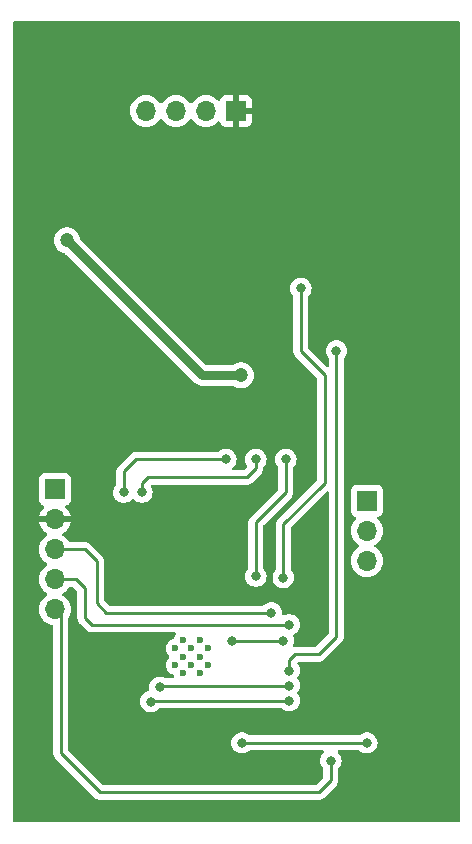
<source format=gbl>
%TF.GenerationSoftware,KiCad,Pcbnew,8.0.6*%
%TF.CreationDate,2024-12-20T16:03:41+01:00*%
%TF.ProjectId,elrs_tx_full,656c7273-5f74-4785-9f66-756c6c2e6b69,rev?*%
%TF.SameCoordinates,Original*%
%TF.FileFunction,Copper,L2,Bot*%
%TF.FilePolarity,Positive*%
%FSLAX46Y46*%
G04 Gerber Fmt 4.6, Leading zero omitted, Abs format (unit mm)*
G04 Created by KiCad (PCBNEW 8.0.6) date 2024-12-20 16:03:41*
%MOMM*%
%LPD*%
G01*
G04 APERTURE LIST*
%TA.AperFunction,ComponentPad*%
%ADD10R,1.700000X1.700000*%
%TD*%
%TA.AperFunction,ComponentPad*%
%ADD11O,1.700000X1.700000*%
%TD*%
%TA.AperFunction,HeatsinkPad*%
%ADD12C,0.600000*%
%TD*%
%TA.AperFunction,ViaPad*%
%ADD13C,0.800000*%
%TD*%
%TA.AperFunction,ViaPad*%
%ADD14C,1.200000*%
%TD*%
%TA.AperFunction,Conductor*%
%ADD15C,0.250000*%
%TD*%
%TA.AperFunction,Conductor*%
%ADD16C,0.750000*%
%TD*%
G04 APERTURE END LIST*
D10*
%TO.P,J2,1,Pin_1*%
%TO.N,GND*%
X89662000Y-81534000D03*
D11*
%TO.P,J2,2,Pin_2*%
%TO.N,+3.3V*%
X89662000Y-84074000D03*
%TO.P,J2,3,Pin_3*%
%TO.N,/ESP32_TX*%
X89662000Y-86614000D03*
%TO.P,J2,4,Pin_4*%
%TO.N,/ESP32_RX*%
X89662000Y-89154000D03*
%TO.P,J2,5,Pin_5*%
%TO.N,/ESP32_BOOT0*%
X89662000Y-91694000D03*
%TD*%
D10*
%TO.P,J3,1,Pin_1*%
%TO.N,GND*%
X116078000Y-82500000D03*
D11*
%TO.P,J3,2,Pin_2*%
%TO.N,+BATT*%
X116078000Y-85040000D03*
%TO.P,J3,3,Pin_3*%
%TO.N,/CRSF_RX_TX*%
X116078000Y-87580000D03*
%TD*%
D12*
%TO.P,U2,39,GND*%
%TO.N,GND*%
X99850000Y-95010000D03*
X99850000Y-96410000D03*
X100550000Y-94310000D03*
X100550000Y-95710000D03*
X100550000Y-97110000D03*
X101225000Y-95010000D03*
X101225000Y-96410000D03*
X101950000Y-94310000D03*
X101950000Y-95710000D03*
X101950000Y-97110000D03*
X102650000Y-95010000D03*
X102650000Y-96410000D03*
%TD*%
D10*
%TO.P,J4,1,Pin_1*%
%TO.N,+3.3V*%
X105000000Y-49500000D03*
D11*
%TO.P,J4,2,Pin_2*%
%TO.N,GND*%
X102460000Y-49500000D03*
%TO.P,J4,3,Pin_3*%
%TO.N,+BATT*%
X99920000Y-49500000D03*
%TO.P,J4,4,Pin_4*%
%TO.N,Net-(J4-Pin_4)*%
X97380000Y-49500000D03*
%TD*%
D13*
%TO.N,/ESP32_BOOT0*%
X113030000Y-104500000D03*
%TO.N,/ESP32_RX*%
X109500000Y-93000000D03*
%TO.N,/ESP32_TX*%
X108000000Y-92000000D03*
%TO.N,+3.3V*%
X91694000Y-101346000D03*
D14*
%TO.N,+BATT*%
X105410000Y-71882000D03*
X90678000Y-60452000D03*
D13*
%TO.N,/CRSF_RX_TX*%
X116078000Y-103000000D03*
X105500000Y-103000000D03*
%TO.N,/E28_MISO_RX*%
X109500000Y-96880000D03*
X113500000Y-69812000D03*
%TO.N,/E28_NSS_CTS*%
X109500000Y-99420000D03*
X97790000Y-99500000D03*
%TO.N,/E28_MISO_TX*%
X110490000Y-64516000D03*
X109000000Y-89000000D03*
%TO.N,/E28_NRESET*%
X97028000Y-81788000D03*
X106680000Y-78994000D03*
%TO.N,/E28_TX_EN*%
X95500000Y-81788000D03*
X104140000Y-78994000D03*
%TO.N,/E28_BUSY*%
X104648000Y-94340000D03*
X109000000Y-94340000D03*
%TO.N,/E28_SCK_RTS*%
X98552000Y-98298000D03*
X109500000Y-98150000D03*
%TO.N,/E28_DIO1*%
X109220000Y-78994000D03*
X106680000Y-88900000D03*
%TD*%
D15*
%TO.N,/ESP32_BOOT0*%
X90170000Y-103886000D02*
X90170000Y-92202000D01*
X113030000Y-106172000D02*
X112014000Y-107188000D01*
X90170000Y-92202000D02*
X89662000Y-91694000D01*
X112014000Y-107188000D02*
X93472000Y-107188000D01*
X113030000Y-104500000D02*
X113030000Y-106172000D01*
X93472000Y-107188000D02*
X90170000Y-103886000D01*
%TO.N,/ESP32_RX*%
X92782000Y-93000000D02*
X92202000Y-92420000D01*
X92202000Y-89916000D02*
X91440000Y-89154000D01*
X109500000Y-93000000D02*
X92782000Y-93000000D01*
X91440000Y-89154000D02*
X89662000Y-89154000D01*
X92202000Y-92420000D02*
X92202000Y-89916000D01*
%TO.N,/ESP32_TX*%
X93218000Y-91186000D02*
X93218000Y-87630000D01*
X92202000Y-86614000D02*
X89662000Y-86614000D01*
X94032000Y-92000000D02*
X93218000Y-91186000D01*
X108000000Y-92000000D02*
X94032000Y-92000000D01*
X93218000Y-87630000D02*
X92202000Y-86614000D01*
D16*
%TO.N,+BATT*%
X102108000Y-71882000D02*
X90678000Y-60452000D01*
X105410000Y-71882000D02*
X102108000Y-71882000D01*
D15*
%TO.N,/CRSF_RX_TX*%
X105500000Y-103000000D02*
X116078000Y-103000000D01*
%TO.N,/E28_MISO_RX*%
X112000000Y-95500000D02*
X110000000Y-95500000D01*
X109500000Y-96000000D02*
X109500000Y-96880000D01*
X113500000Y-94000000D02*
X112000000Y-95500000D01*
X113500000Y-69812000D02*
X113500000Y-94000000D01*
X110000000Y-95500000D02*
X109500000Y-96000000D01*
%TO.N,/E28_NSS_CTS*%
X97790000Y-99500000D02*
X97870000Y-99420000D01*
X97870000Y-99420000D02*
X109500000Y-99420000D01*
%TO.N,/E28_MISO_TX*%
X109000000Y-84500000D02*
X112371000Y-81129000D01*
X112498000Y-81002000D02*
X112498000Y-71858000D01*
X110490000Y-69850000D02*
X110490000Y-64516000D01*
X109000000Y-86000000D02*
X109000000Y-84500000D01*
X109000000Y-89000000D02*
X109000000Y-86000000D01*
X112371000Y-81129000D02*
X112500000Y-81000000D01*
X112498000Y-71858000D02*
X110490000Y-69850000D01*
X112371000Y-81129000D02*
X112498000Y-81002000D01*
%TO.N,/E28_NRESET*%
X97028000Y-81026000D02*
X97536000Y-80518000D01*
X105918000Y-80518000D02*
X106680000Y-79756000D01*
X97536000Y-80518000D02*
X105918000Y-80518000D01*
X97028000Y-81788000D02*
X97028000Y-81026000D01*
X106680000Y-79756000D02*
X106680000Y-78994000D01*
%TO.N,/E28_TX_EN*%
X95500000Y-80268000D02*
X95500000Y-81788000D01*
X95504000Y-80264000D02*
X95500000Y-80268000D01*
X104140000Y-78994000D02*
X96520000Y-78994000D01*
X96520000Y-78994000D02*
X95504000Y-80010000D01*
X95504000Y-80010000D02*
X95504000Y-80264000D01*
%TO.N,/E28_BUSY*%
X104648000Y-94340000D02*
X109000000Y-94340000D01*
%TO.N,/E28_SCK_RTS*%
X98700000Y-98150000D02*
X109500000Y-98150000D01*
X98552000Y-98298000D02*
X98700000Y-98150000D01*
%TO.N,/E28_DIO1*%
X106680000Y-88900000D02*
X106680000Y-84328000D01*
X109220000Y-81788000D02*
X109220000Y-78994000D01*
X106680000Y-84328000D02*
X109220000Y-81788000D01*
%TD*%
%TA.AperFunction,Conductor*%
%TO.N,+3.3V*%
G36*
X123902539Y-41922185D02*
G01*
X123948294Y-41974989D01*
X123959500Y-42026500D01*
X123959500Y-109611500D01*
X123939815Y-109678539D01*
X123887011Y-109724294D01*
X123835500Y-109735500D01*
X86222500Y-109735500D01*
X86155461Y-109715815D01*
X86109706Y-109663011D01*
X86098500Y-109611500D01*
X86098500Y-86613999D01*
X88306341Y-86613999D01*
X88306341Y-86614000D01*
X88326936Y-86849403D01*
X88326938Y-86849413D01*
X88388094Y-87077655D01*
X88388096Y-87077659D01*
X88388097Y-87077663D01*
X88419097Y-87144142D01*
X88487965Y-87291830D01*
X88487967Y-87291834D01*
X88573654Y-87414207D01*
X88623501Y-87485396D01*
X88623506Y-87485402D01*
X88790597Y-87652493D01*
X88790603Y-87652498D01*
X88976158Y-87782425D01*
X89019783Y-87837002D01*
X89026977Y-87906500D01*
X88995454Y-87968855D01*
X88976158Y-87985575D01*
X88790597Y-88115505D01*
X88623505Y-88282597D01*
X88487965Y-88476169D01*
X88487964Y-88476171D01*
X88388098Y-88690335D01*
X88388094Y-88690344D01*
X88326938Y-88918586D01*
X88326936Y-88918596D01*
X88306341Y-89153999D01*
X88306341Y-89154000D01*
X88326936Y-89389403D01*
X88326938Y-89389413D01*
X88388094Y-89617655D01*
X88388096Y-89617659D01*
X88388097Y-89617663D01*
X88465732Y-89784151D01*
X88487965Y-89831830D01*
X88487967Y-89831834D01*
X88536048Y-89900500D01*
X88623501Y-90025396D01*
X88623506Y-90025402D01*
X88790597Y-90192493D01*
X88790603Y-90192498D01*
X88976158Y-90322425D01*
X89019783Y-90377002D01*
X89026977Y-90446500D01*
X88995454Y-90508855D01*
X88976158Y-90525575D01*
X88790597Y-90655505D01*
X88623505Y-90822597D01*
X88487965Y-91016169D01*
X88487964Y-91016171D01*
X88388098Y-91230335D01*
X88388094Y-91230344D01*
X88326938Y-91458586D01*
X88326936Y-91458596D01*
X88306341Y-91693999D01*
X88306341Y-91694000D01*
X88326936Y-91929403D01*
X88326938Y-91929413D01*
X88388094Y-92157655D01*
X88388096Y-92157659D01*
X88388097Y-92157663D01*
X88415230Y-92215849D01*
X88487965Y-92371830D01*
X88487967Y-92371834D01*
X88555153Y-92467785D01*
X88623505Y-92565401D01*
X88790599Y-92732495D01*
X88824612Y-92756311D01*
X88984165Y-92868032D01*
X88984167Y-92868033D01*
X88984170Y-92868035D01*
X89198337Y-92967903D01*
X89426592Y-93029063D01*
X89431303Y-93029475D01*
X89496373Y-93054925D01*
X89537353Y-93111514D01*
X89544500Y-93153003D01*
X89544500Y-103947611D01*
X89568535Y-104068444D01*
X89568540Y-104068461D01*
X89615685Y-104182280D01*
X89615690Y-104182289D01*
X89649914Y-104233507D01*
X89649915Y-104233509D01*
X89684141Y-104284733D01*
X89775586Y-104376178D01*
X89775608Y-104376198D01*
X92983016Y-107583606D01*
X92983045Y-107583637D01*
X93073263Y-107673855D01*
X93073267Y-107673858D01*
X93175707Y-107742307D01*
X93175711Y-107742309D01*
X93175714Y-107742311D01*
X93289548Y-107789463D01*
X93349971Y-107801481D01*
X93410393Y-107813500D01*
X112075607Y-107813500D01*
X112136029Y-107801481D01*
X112196452Y-107789463D01*
X112196455Y-107789461D01*
X112196458Y-107789461D01*
X112229787Y-107775654D01*
X112229786Y-107775654D01*
X112229792Y-107775652D01*
X112310286Y-107742312D01*
X112361509Y-107708084D01*
X112412733Y-107673858D01*
X112499858Y-107586733D01*
X112499859Y-107586731D01*
X112506925Y-107579665D01*
X112506928Y-107579661D01*
X113428729Y-106657860D01*
X113428733Y-106657858D01*
X113515858Y-106570733D01*
X113550084Y-106519509D01*
X113584312Y-106468286D01*
X113631463Y-106354451D01*
X113655500Y-106233607D01*
X113655500Y-106110393D01*
X113655500Y-105198687D01*
X113675185Y-105131648D01*
X113687350Y-105115715D01*
X113705891Y-105095122D01*
X113762533Y-105032216D01*
X113857179Y-104868284D01*
X113915674Y-104688256D01*
X113935460Y-104500000D01*
X113915674Y-104311744D01*
X113857179Y-104131716D01*
X113762533Y-103967784D01*
X113640696Y-103832471D01*
X113610467Y-103769481D01*
X113619092Y-103700146D01*
X113663833Y-103646480D01*
X113730486Y-103625522D01*
X113732847Y-103625500D01*
X115374252Y-103625500D01*
X115441291Y-103645185D01*
X115466400Y-103666526D01*
X115472126Y-103672885D01*
X115472130Y-103672889D01*
X115625265Y-103784148D01*
X115625270Y-103784151D01*
X115798192Y-103861142D01*
X115798197Y-103861144D01*
X115983354Y-103900500D01*
X115983355Y-103900500D01*
X116172644Y-103900500D01*
X116172646Y-103900500D01*
X116357803Y-103861144D01*
X116530730Y-103784151D01*
X116683871Y-103672888D01*
X116810533Y-103532216D01*
X116905179Y-103368284D01*
X116963674Y-103188256D01*
X116983460Y-103000000D01*
X116963674Y-102811744D01*
X116905179Y-102631716D01*
X116810533Y-102467784D01*
X116683871Y-102327112D01*
X116683870Y-102327111D01*
X116530734Y-102215851D01*
X116530729Y-102215848D01*
X116357807Y-102138857D01*
X116357802Y-102138855D01*
X116212001Y-102107865D01*
X116172646Y-102099500D01*
X115983354Y-102099500D01*
X115950897Y-102106398D01*
X115798197Y-102138855D01*
X115798192Y-102138857D01*
X115625270Y-102215848D01*
X115625265Y-102215851D01*
X115472130Y-102327110D01*
X115472126Y-102327114D01*
X115466400Y-102333474D01*
X115406913Y-102370121D01*
X115374252Y-102374500D01*
X106203748Y-102374500D01*
X106136709Y-102354815D01*
X106111600Y-102333474D01*
X106105873Y-102327114D01*
X106105869Y-102327110D01*
X105952734Y-102215851D01*
X105952729Y-102215848D01*
X105779807Y-102138857D01*
X105779802Y-102138855D01*
X105634001Y-102107865D01*
X105594646Y-102099500D01*
X105405354Y-102099500D01*
X105372897Y-102106398D01*
X105220197Y-102138855D01*
X105220192Y-102138857D01*
X105047270Y-102215848D01*
X105047265Y-102215851D01*
X104894129Y-102327111D01*
X104767466Y-102467785D01*
X104672821Y-102631715D01*
X104672818Y-102631722D01*
X104614327Y-102811740D01*
X104614326Y-102811744D01*
X104594540Y-103000000D01*
X104614326Y-103188256D01*
X104614327Y-103188259D01*
X104672818Y-103368277D01*
X104672821Y-103368284D01*
X104767467Y-103532216D01*
X104869185Y-103645185D01*
X104894129Y-103672888D01*
X105047265Y-103784148D01*
X105047270Y-103784151D01*
X105220192Y-103861142D01*
X105220197Y-103861144D01*
X105405354Y-103900500D01*
X105405355Y-103900500D01*
X105594644Y-103900500D01*
X105594646Y-103900500D01*
X105779803Y-103861144D01*
X105952730Y-103784151D01*
X106105871Y-103672888D01*
X106108788Y-103669647D01*
X106111600Y-103666526D01*
X106171087Y-103629879D01*
X106203748Y-103625500D01*
X112327153Y-103625500D01*
X112394192Y-103645185D01*
X112439947Y-103697989D01*
X112449891Y-103767147D01*
X112420866Y-103830703D01*
X112419303Y-103832472D01*
X112297466Y-103967785D01*
X112202821Y-104131715D01*
X112202818Y-104131722D01*
X112169746Y-104233509D01*
X112144326Y-104311744D01*
X112124540Y-104500000D01*
X112144326Y-104688256D01*
X112144327Y-104688259D01*
X112202818Y-104868277D01*
X112202821Y-104868284D01*
X112297467Y-105032216D01*
X112340772Y-105080310D01*
X112372650Y-105115715D01*
X112402880Y-105178706D01*
X112404500Y-105198687D01*
X112404500Y-105861548D01*
X112384815Y-105928587D01*
X112368181Y-105949229D01*
X111791229Y-106526181D01*
X111729906Y-106559666D01*
X111703548Y-106562500D01*
X93782452Y-106562500D01*
X93715413Y-106542815D01*
X93694771Y-106526181D01*
X90831819Y-103663229D01*
X90798334Y-103601906D01*
X90795500Y-103575548D01*
X90795500Y-92468816D01*
X90815185Y-92401777D01*
X90817911Y-92397712D01*
X90836035Y-92371830D01*
X90935903Y-92157663D01*
X90997063Y-91929408D01*
X91017659Y-91694000D01*
X90997063Y-91458592D01*
X90935903Y-91230337D01*
X90836035Y-91016171D01*
X90756027Y-90901906D01*
X90700494Y-90822597D01*
X90533402Y-90655506D01*
X90533396Y-90655501D01*
X90347842Y-90525575D01*
X90304217Y-90470998D01*
X90297023Y-90401500D01*
X90328546Y-90339145D01*
X90347842Y-90322425D01*
X90484905Y-90226452D01*
X90533401Y-90192495D01*
X90700495Y-90025401D01*
X90835652Y-89832377D01*
X90890229Y-89788752D01*
X90937227Y-89779500D01*
X91129548Y-89779500D01*
X91196587Y-89799185D01*
X91217229Y-89815819D01*
X91540181Y-90138771D01*
X91573666Y-90200094D01*
X91576500Y-90226452D01*
X91576500Y-92481607D01*
X91582971Y-92514135D01*
X91582972Y-92514143D01*
X91590960Y-92554308D01*
X91600535Y-92602446D01*
X91600536Y-92602447D01*
X91600537Y-92602451D01*
X91625459Y-92662619D01*
X91647687Y-92716285D01*
X91674433Y-92756311D01*
X91674434Y-92756313D01*
X91716141Y-92818732D01*
X91716144Y-92818736D01*
X91807586Y-92910178D01*
X91807608Y-92910198D01*
X92293016Y-93395606D01*
X92293045Y-93395637D01*
X92383263Y-93485855D01*
X92383267Y-93485858D01*
X92452647Y-93532216D01*
X92485715Y-93554312D01*
X92549504Y-93580734D01*
X92599548Y-93601463D01*
X92659971Y-93613481D01*
X92720393Y-93625500D01*
X92720394Y-93625500D01*
X99810331Y-93625500D01*
X99877370Y-93645185D01*
X99923125Y-93697989D01*
X99933069Y-93767147D01*
X99915324Y-93815472D01*
X99824211Y-93960474D01*
X99764628Y-94130755D01*
X99764518Y-94131241D01*
X99764360Y-94131522D01*
X99762333Y-94137317D01*
X99761317Y-94136961D01*
X99730400Y-94192215D01*
X99676984Y-94221381D01*
X99677317Y-94222333D01*
X99671541Y-94224353D01*
X99671241Y-94224518D01*
X99670755Y-94224628D01*
X99500478Y-94284210D01*
X99347737Y-94380184D01*
X99220184Y-94507737D01*
X99124211Y-94660476D01*
X99064631Y-94830745D01*
X99064630Y-94830750D01*
X99044435Y-95009996D01*
X99044435Y-95010003D01*
X99064630Y-95189249D01*
X99064631Y-95189254D01*
X99124211Y-95359523D01*
X99220184Y-95512262D01*
X99330241Y-95622319D01*
X99363726Y-95683642D01*
X99358742Y-95753334D01*
X99330241Y-95797681D01*
X99220184Y-95907737D01*
X99124211Y-96060476D01*
X99064631Y-96230745D01*
X99064630Y-96230750D01*
X99044435Y-96409996D01*
X99044435Y-96410003D01*
X99064630Y-96589249D01*
X99064631Y-96589254D01*
X99124211Y-96759523D01*
X99199912Y-96880000D01*
X99220184Y-96912262D01*
X99347738Y-97039816D01*
X99500478Y-97135789D01*
X99670745Y-97195368D01*
X99670754Y-97195369D01*
X99671207Y-97195473D01*
X99671477Y-97195624D01*
X99677318Y-97197668D01*
X99676960Y-97198690D01*
X99732191Y-97229573D01*
X99761377Y-97283017D01*
X99762333Y-97282683D01*
X99764362Y-97288483D01*
X99764523Y-97288777D01*
X99764631Y-97289250D01*
X99764632Y-97289255D01*
X99781864Y-97338500D01*
X99789228Y-97359546D01*
X99792789Y-97429325D01*
X99758060Y-97489952D01*
X99696066Y-97522179D01*
X99672186Y-97524500D01*
X99055009Y-97524500D01*
X99004573Y-97513779D01*
X98831807Y-97436857D01*
X98831802Y-97436855D01*
X98686001Y-97405865D01*
X98646646Y-97397500D01*
X98457354Y-97397500D01*
X98424897Y-97404398D01*
X98272197Y-97436855D01*
X98272192Y-97436857D01*
X98099270Y-97513848D01*
X98099265Y-97513851D01*
X97946129Y-97625111D01*
X97819466Y-97765785D01*
X97724821Y-97929715D01*
X97724818Y-97929722D01*
X97666327Y-98109740D01*
X97666326Y-98109744D01*
X97662095Y-98150000D01*
X97646540Y-98298000D01*
X97666932Y-98492022D01*
X97654362Y-98560752D01*
X97606630Y-98611775D01*
X97569393Y-98626273D01*
X97510196Y-98638856D01*
X97510192Y-98638857D01*
X97337270Y-98715848D01*
X97337265Y-98715851D01*
X97184129Y-98827111D01*
X97057466Y-98967785D01*
X96962821Y-99131715D01*
X96962818Y-99131722D01*
X96904327Y-99311740D01*
X96904326Y-99311744D01*
X96884540Y-99500000D01*
X96904326Y-99688256D01*
X96904327Y-99688259D01*
X96962818Y-99868277D01*
X96962821Y-99868284D01*
X97057467Y-100032216D01*
X97184129Y-100172888D01*
X97337265Y-100284148D01*
X97337270Y-100284151D01*
X97510192Y-100361142D01*
X97510197Y-100361144D01*
X97695354Y-100400500D01*
X97695355Y-100400500D01*
X97884644Y-100400500D01*
X97884646Y-100400500D01*
X98069803Y-100361144D01*
X98242730Y-100284151D01*
X98395871Y-100172888D01*
X98473630Y-100086527D01*
X98533117Y-100049879D01*
X98565780Y-100045500D01*
X108796252Y-100045500D01*
X108863291Y-100065185D01*
X108888400Y-100086526D01*
X108894126Y-100092885D01*
X108894130Y-100092889D01*
X109047265Y-100204148D01*
X109047270Y-100204151D01*
X109220192Y-100281142D01*
X109220197Y-100281144D01*
X109405354Y-100320500D01*
X109405355Y-100320500D01*
X109594644Y-100320500D01*
X109594646Y-100320500D01*
X109779803Y-100281144D01*
X109952730Y-100204151D01*
X110105871Y-100092888D01*
X110232533Y-99952216D01*
X110327179Y-99788284D01*
X110385674Y-99608256D01*
X110405460Y-99420000D01*
X110385674Y-99231744D01*
X110327179Y-99051716D01*
X110232533Y-98887784D01*
X110214693Y-98867971D01*
X110184464Y-98804981D01*
X110193089Y-98735646D01*
X110214694Y-98702028D01*
X110232533Y-98682216D01*
X110327179Y-98518284D01*
X110385674Y-98338256D01*
X110405460Y-98150000D01*
X110385674Y-97961744D01*
X110327179Y-97781716D01*
X110232533Y-97617784D01*
X110214693Y-97597971D01*
X110184464Y-97534981D01*
X110193089Y-97465646D01*
X110214694Y-97432028D01*
X110217128Y-97429325D01*
X110232533Y-97412216D01*
X110327179Y-97248284D01*
X110385674Y-97068256D01*
X110405460Y-96880000D01*
X110385674Y-96691744D01*
X110327179Y-96511716D01*
X110232533Y-96347784D01*
X110218745Y-96332471D01*
X110188516Y-96269480D01*
X110197141Y-96200145D01*
X110241883Y-96146480D01*
X110308535Y-96125522D01*
X110310896Y-96125500D01*
X112061607Y-96125500D01*
X112122029Y-96113481D01*
X112182452Y-96101463D01*
X112237368Y-96078716D01*
X112296286Y-96054312D01*
X112296289Y-96054309D01*
X112296291Y-96054309D01*
X112349347Y-96018857D01*
X112349349Y-96018855D01*
X112398733Y-95985858D01*
X112485858Y-95898733D01*
X112485858Y-95898731D01*
X112496066Y-95888524D01*
X112496067Y-95888521D01*
X113985857Y-94398734D01*
X114054311Y-94296286D01*
X114101463Y-94182451D01*
X114106417Y-94157548D01*
X114125500Y-94061606D01*
X114125500Y-85039999D01*
X114722341Y-85039999D01*
X114722341Y-85040000D01*
X114742936Y-85275403D01*
X114742938Y-85275413D01*
X114804094Y-85503655D01*
X114804096Y-85503659D01*
X114804097Y-85503663D01*
X114837598Y-85575505D01*
X114903965Y-85717830D01*
X114903967Y-85717834D01*
X115039501Y-85911395D01*
X115039506Y-85911402D01*
X115206597Y-86078493D01*
X115206603Y-86078498D01*
X115392158Y-86208425D01*
X115435783Y-86263002D01*
X115442977Y-86332500D01*
X115411454Y-86394855D01*
X115392158Y-86411575D01*
X115206597Y-86541505D01*
X115039505Y-86708597D01*
X114903965Y-86902169D01*
X114903964Y-86902171D01*
X114804098Y-87116335D01*
X114804094Y-87116344D01*
X114742938Y-87344586D01*
X114742936Y-87344596D01*
X114722341Y-87579999D01*
X114722341Y-87580000D01*
X114742936Y-87815403D01*
X114742938Y-87815413D01*
X114804094Y-88043655D01*
X114804096Y-88043659D01*
X114804097Y-88043663D01*
X114837596Y-88115501D01*
X114903965Y-88257830D01*
X114903967Y-88257834D01*
X114992509Y-88384284D01*
X115039505Y-88451401D01*
X115206599Y-88618495D01*
X115225481Y-88631716D01*
X115400165Y-88754032D01*
X115400167Y-88754033D01*
X115400170Y-88754035D01*
X115614337Y-88853903D01*
X115842592Y-88915063D01*
X116030918Y-88931539D01*
X116077999Y-88935659D01*
X116078000Y-88935659D01*
X116078001Y-88935659D01*
X116117234Y-88932226D01*
X116313408Y-88915063D01*
X116541663Y-88853903D01*
X116755830Y-88754035D01*
X116949401Y-88618495D01*
X117116495Y-88451401D01*
X117252035Y-88257830D01*
X117351903Y-88043663D01*
X117413063Y-87815408D01*
X117433659Y-87580000D01*
X117413063Y-87344592D01*
X117351903Y-87116337D01*
X117252035Y-86902171D01*
X117215091Y-86849408D01*
X117116494Y-86708597D01*
X116949402Y-86541506D01*
X116949396Y-86541501D01*
X116763842Y-86411575D01*
X116720217Y-86356998D01*
X116713023Y-86287500D01*
X116744546Y-86225145D01*
X116763842Y-86208425D01*
X116846803Y-86150335D01*
X116949401Y-86078495D01*
X117116495Y-85911401D01*
X117252035Y-85717830D01*
X117351903Y-85503663D01*
X117413063Y-85275408D01*
X117433659Y-85040000D01*
X117413063Y-84804592D01*
X117351903Y-84576337D01*
X117252035Y-84362171D01*
X117225307Y-84324000D01*
X117116496Y-84168600D01*
X117087722Y-84139826D01*
X116994567Y-84046671D01*
X116961084Y-83985351D01*
X116966068Y-83915659D01*
X117007939Y-83859725D01*
X117038915Y-83842810D01*
X117170331Y-83793796D01*
X117285546Y-83707546D01*
X117371796Y-83592331D01*
X117422091Y-83457483D01*
X117428500Y-83397873D01*
X117428499Y-81602128D01*
X117422091Y-81542517D01*
X117376291Y-81419722D01*
X117371797Y-81407671D01*
X117371793Y-81407664D01*
X117285547Y-81292455D01*
X117285544Y-81292452D01*
X117170335Y-81206206D01*
X117170328Y-81206202D01*
X117035482Y-81155908D01*
X117035483Y-81155908D01*
X116975883Y-81149501D01*
X116975881Y-81149500D01*
X116975873Y-81149500D01*
X116975864Y-81149500D01*
X115180129Y-81149500D01*
X115180123Y-81149501D01*
X115120516Y-81155908D01*
X114985671Y-81206202D01*
X114985664Y-81206206D01*
X114870455Y-81292452D01*
X114870452Y-81292455D01*
X114784206Y-81407664D01*
X114784202Y-81407671D01*
X114733908Y-81542517D01*
X114727756Y-81599744D01*
X114727501Y-81602123D01*
X114727500Y-81602135D01*
X114727500Y-83397870D01*
X114727501Y-83397876D01*
X114733908Y-83457483D01*
X114784202Y-83592328D01*
X114784206Y-83592335D01*
X114870452Y-83707544D01*
X114870455Y-83707547D01*
X114985664Y-83793793D01*
X114985671Y-83793797D01*
X115117081Y-83842810D01*
X115173015Y-83884681D01*
X115197432Y-83950145D01*
X115182580Y-84018418D01*
X115161430Y-84046673D01*
X115039503Y-84168600D01*
X114903965Y-84362169D01*
X114903964Y-84362171D01*
X114804098Y-84576335D01*
X114804094Y-84576344D01*
X114742938Y-84804586D01*
X114742936Y-84804596D01*
X114722341Y-85039999D01*
X114125500Y-85039999D01*
X114125500Y-70510687D01*
X114145185Y-70443648D01*
X114157350Y-70427715D01*
X114175891Y-70407122D01*
X114232533Y-70344216D01*
X114327179Y-70180284D01*
X114385674Y-70000256D01*
X114405460Y-69812000D01*
X114385674Y-69623744D01*
X114327179Y-69443716D01*
X114232533Y-69279784D01*
X114105871Y-69139112D01*
X114105870Y-69139111D01*
X113952734Y-69027851D01*
X113952729Y-69027848D01*
X113779807Y-68950857D01*
X113779802Y-68950855D01*
X113634001Y-68919865D01*
X113594646Y-68911500D01*
X113405354Y-68911500D01*
X113372897Y-68918398D01*
X113220197Y-68950855D01*
X113220192Y-68950857D01*
X113047270Y-69027848D01*
X113047265Y-69027851D01*
X112894129Y-69139111D01*
X112767466Y-69279785D01*
X112672821Y-69443715D01*
X112672818Y-69443722D01*
X112624994Y-69590910D01*
X112614326Y-69623744D01*
X112594540Y-69812000D01*
X112614326Y-70000256D01*
X112614327Y-70000259D01*
X112672818Y-70180277D01*
X112672821Y-70180284D01*
X112767467Y-70344216D01*
X112810772Y-70392310D01*
X112842650Y-70427715D01*
X112872880Y-70490706D01*
X112874500Y-70510687D01*
X112874500Y-71050548D01*
X112854815Y-71117587D01*
X112802011Y-71163342D01*
X112732853Y-71173286D01*
X112669297Y-71144261D01*
X112662819Y-71138229D01*
X111151819Y-69627229D01*
X111118334Y-69565906D01*
X111115500Y-69539548D01*
X111115500Y-65214687D01*
X111135185Y-65147648D01*
X111147350Y-65131715D01*
X111165891Y-65111122D01*
X111222533Y-65048216D01*
X111317179Y-64884284D01*
X111375674Y-64704256D01*
X111395460Y-64516000D01*
X111375674Y-64327744D01*
X111317179Y-64147716D01*
X111222533Y-63983784D01*
X111095871Y-63843112D01*
X111095870Y-63843111D01*
X110942734Y-63731851D01*
X110942729Y-63731848D01*
X110769807Y-63654857D01*
X110769802Y-63654855D01*
X110624001Y-63623865D01*
X110584646Y-63615500D01*
X110395354Y-63615500D01*
X110362897Y-63622398D01*
X110210197Y-63654855D01*
X110210192Y-63654857D01*
X110037270Y-63731848D01*
X110037265Y-63731851D01*
X109884129Y-63843111D01*
X109757466Y-63983785D01*
X109662821Y-64147715D01*
X109662818Y-64147722D01*
X109604327Y-64327740D01*
X109604326Y-64327744D01*
X109584540Y-64516000D01*
X109604326Y-64704256D01*
X109604327Y-64704259D01*
X109662818Y-64884277D01*
X109662821Y-64884284D01*
X109757467Y-65048216D01*
X109800772Y-65096310D01*
X109832650Y-65131715D01*
X109862880Y-65194706D01*
X109864500Y-65214687D01*
X109864500Y-69911611D01*
X109888535Y-70032444D01*
X109888540Y-70032461D01*
X109935685Y-70146280D01*
X109935687Y-70146283D01*
X109935688Y-70146286D01*
X109958405Y-70180284D01*
X109969914Y-70197507D01*
X109969915Y-70197509D01*
X110004141Y-70248733D01*
X110095586Y-70340178D01*
X110095608Y-70340198D01*
X111836181Y-72080771D01*
X111869666Y-72142094D01*
X111872500Y-72168452D01*
X111872500Y-80691547D01*
X111852815Y-80758586D01*
X111836181Y-80779228D01*
X110227798Y-82387611D01*
X108601270Y-84014139D01*
X108601267Y-84014142D01*
X108568736Y-84046673D01*
X108514142Y-84101266D01*
X108484554Y-84145548D01*
X108484553Y-84145547D01*
X108445692Y-84203707D01*
X108445685Y-84203719D01*
X108421189Y-84262859D01*
X108421189Y-84262861D01*
X108398537Y-84317548D01*
X108398536Y-84317552D01*
X108398536Y-84317553D01*
X108398535Y-84317556D01*
X108374500Y-84438389D01*
X108374500Y-88301312D01*
X108354815Y-88368351D01*
X108342650Y-88384284D01*
X108267466Y-88467784D01*
X108172821Y-88631715D01*
X108172821Y-88631716D01*
X108132676Y-88755270D01*
X108114326Y-88811744D01*
X108094540Y-89000000D01*
X108114326Y-89188256D01*
X108114327Y-89188259D01*
X108172818Y-89368277D01*
X108172821Y-89368284D01*
X108267467Y-89532216D01*
X108344397Y-89617655D01*
X108394129Y-89672888D01*
X108547265Y-89784148D01*
X108547270Y-89784151D01*
X108720192Y-89861142D01*
X108720197Y-89861144D01*
X108905354Y-89900500D01*
X108905355Y-89900500D01*
X109094644Y-89900500D01*
X109094646Y-89900500D01*
X109279803Y-89861144D01*
X109452730Y-89784151D01*
X109605871Y-89672888D01*
X109732533Y-89532216D01*
X109827179Y-89368284D01*
X109885674Y-89188256D01*
X109905460Y-89000000D01*
X109885674Y-88811744D01*
X109827179Y-88631716D01*
X109732533Y-88467784D01*
X109717776Y-88451395D01*
X109657350Y-88384284D01*
X109627120Y-88321292D01*
X109625500Y-88301312D01*
X109625500Y-84810452D01*
X109645185Y-84743413D01*
X109661819Y-84722771D01*
X112662819Y-81721771D01*
X112724142Y-81688286D01*
X112793834Y-81693270D01*
X112849767Y-81735142D01*
X112874184Y-81800606D01*
X112874500Y-81809452D01*
X112874500Y-93689547D01*
X112854815Y-93756586D01*
X112838181Y-93777228D01*
X111777229Y-94838181D01*
X111715906Y-94871666D01*
X111689548Y-94874500D01*
X109943844Y-94874500D01*
X109876805Y-94854815D01*
X109831050Y-94802011D01*
X109821106Y-94732853D01*
X109825913Y-94712182D01*
X109846646Y-94648368D01*
X109885674Y-94528256D01*
X109905460Y-94340000D01*
X109885674Y-94151744D01*
X109827179Y-93971716D01*
X109825171Y-93965535D01*
X109827318Y-93964837D01*
X109819402Y-93905888D01*
X109849016Y-93842605D01*
X109891531Y-93811398D01*
X109952730Y-93784151D01*
X110105871Y-93672888D01*
X110232533Y-93532216D01*
X110327179Y-93368284D01*
X110385674Y-93188256D01*
X110405460Y-93000000D01*
X110385674Y-92811744D01*
X110327179Y-92631716D01*
X110232533Y-92467784D01*
X110105871Y-92327112D01*
X110060068Y-92293834D01*
X109952734Y-92215851D01*
X109952729Y-92215848D01*
X109779807Y-92138857D01*
X109779802Y-92138855D01*
X109634001Y-92107865D01*
X109594646Y-92099500D01*
X109405354Y-92099500D01*
X109372897Y-92106398D01*
X109220197Y-92138855D01*
X109220192Y-92138857D01*
X109070904Y-92205326D01*
X109001654Y-92214611D01*
X108938377Y-92184983D01*
X108901164Y-92125848D01*
X108897147Y-92079090D01*
X108905460Y-92000000D01*
X108885674Y-91811744D01*
X108827179Y-91631716D01*
X108732533Y-91467784D01*
X108605871Y-91327112D01*
X108605870Y-91327111D01*
X108452734Y-91215851D01*
X108452729Y-91215848D01*
X108279807Y-91138857D01*
X108279802Y-91138855D01*
X108134001Y-91107865D01*
X108094646Y-91099500D01*
X107905354Y-91099500D01*
X107872897Y-91106398D01*
X107720197Y-91138855D01*
X107720192Y-91138857D01*
X107547270Y-91215848D01*
X107547265Y-91215851D01*
X107394130Y-91327110D01*
X107394126Y-91327114D01*
X107388400Y-91333474D01*
X107328913Y-91370121D01*
X107296252Y-91374500D01*
X94342452Y-91374500D01*
X94275413Y-91354815D01*
X94254771Y-91338181D01*
X93879819Y-90963229D01*
X93846334Y-90901906D01*
X93843500Y-90875548D01*
X93843500Y-88900000D01*
X105774540Y-88900000D01*
X105794326Y-89088256D01*
X105794327Y-89088259D01*
X105852818Y-89268277D01*
X105852821Y-89268284D01*
X105947467Y-89432216D01*
X106037506Y-89532214D01*
X106074129Y-89572888D01*
X106227265Y-89684148D01*
X106227270Y-89684151D01*
X106400192Y-89761142D01*
X106400197Y-89761144D01*
X106585354Y-89800500D01*
X106585355Y-89800500D01*
X106774644Y-89800500D01*
X106774646Y-89800500D01*
X106959803Y-89761144D01*
X107132730Y-89684151D01*
X107285871Y-89572888D01*
X107412533Y-89432216D01*
X107507179Y-89268284D01*
X107565674Y-89088256D01*
X107585460Y-88900000D01*
X107565674Y-88711744D01*
X107507179Y-88531716D01*
X107412533Y-88367784D01*
X107395541Y-88348912D01*
X107337350Y-88284284D01*
X107307120Y-88221292D01*
X107305500Y-88201312D01*
X107305500Y-84638452D01*
X107325185Y-84571413D01*
X107341819Y-84550771D01*
X109705854Y-82186737D01*
X109705857Y-82186734D01*
X109726208Y-82156277D01*
X109774311Y-82084286D01*
X109821463Y-81970452D01*
X109845500Y-81849607D01*
X109845500Y-81726394D01*
X109845500Y-79692687D01*
X109865185Y-79625648D01*
X109877350Y-79609715D01*
X109895891Y-79589122D01*
X109952533Y-79526216D01*
X110047179Y-79362284D01*
X110105674Y-79182256D01*
X110125460Y-78994000D01*
X110105674Y-78805744D01*
X110047179Y-78625716D01*
X109952533Y-78461784D01*
X109825871Y-78321112D01*
X109825870Y-78321111D01*
X109672734Y-78209851D01*
X109672729Y-78209848D01*
X109499807Y-78132857D01*
X109499802Y-78132855D01*
X109354001Y-78101865D01*
X109314646Y-78093500D01*
X109125354Y-78093500D01*
X109092897Y-78100398D01*
X108940197Y-78132855D01*
X108940192Y-78132857D01*
X108767270Y-78209848D01*
X108767265Y-78209851D01*
X108614129Y-78321111D01*
X108487466Y-78461785D01*
X108392821Y-78625715D01*
X108392818Y-78625722D01*
X108334327Y-78805740D01*
X108334326Y-78805744D01*
X108314540Y-78994000D01*
X108334326Y-79182256D01*
X108334327Y-79182259D01*
X108392818Y-79362277D01*
X108392821Y-79362284D01*
X108487467Y-79526216D01*
X108518780Y-79560992D01*
X108562650Y-79609715D01*
X108592880Y-79672706D01*
X108594500Y-79692687D01*
X108594500Y-81477547D01*
X108574815Y-81544586D01*
X108558181Y-81565228D01*
X106194144Y-83929264D01*
X106194138Y-83929272D01*
X106125690Y-84031708D01*
X106125689Y-84031710D01*
X106096878Y-84101266D01*
X106096879Y-84101267D01*
X106078535Y-84145552D01*
X106054500Y-84266389D01*
X106054500Y-88201312D01*
X106034815Y-88268351D01*
X106022650Y-88284284D01*
X105947466Y-88367784D01*
X105852821Y-88531715D01*
X105852818Y-88531722D01*
X105801279Y-88690344D01*
X105794326Y-88711744D01*
X105774540Y-88900000D01*
X93843500Y-88900000D01*
X93843500Y-87568396D01*
X93843500Y-87568394D01*
X93819463Y-87447548D01*
X93805652Y-87414207D01*
X93772312Y-87333714D01*
X93738084Y-87282490D01*
X93703858Y-87231267D01*
X93703856Y-87231264D01*
X93613637Y-87141045D01*
X93613606Y-87141016D01*
X92692198Y-86219608D01*
X92692178Y-86219586D01*
X92600733Y-86128141D01*
X92549509Y-86093915D01*
X92498287Y-86059689D01*
X92498286Y-86059688D01*
X92498283Y-86059686D01*
X92498280Y-86059685D01*
X92417792Y-86026347D01*
X92384453Y-86012537D01*
X92374427Y-86010543D01*
X92324029Y-86000518D01*
X92263610Y-85988500D01*
X92263607Y-85988500D01*
X92263606Y-85988500D01*
X90937227Y-85988500D01*
X90870188Y-85968815D01*
X90835652Y-85935623D01*
X90700494Y-85742597D01*
X90533402Y-85575506D01*
X90533401Y-85575505D01*
X90347405Y-85445269D01*
X90303781Y-85390692D01*
X90296588Y-85321193D01*
X90328110Y-85258839D01*
X90347405Y-85242119D01*
X90533082Y-85112105D01*
X90700105Y-84945082D01*
X90835600Y-84751578D01*
X90935429Y-84537492D01*
X90935432Y-84537486D01*
X90992636Y-84324000D01*
X90095012Y-84324000D01*
X90127925Y-84266993D01*
X90162000Y-84139826D01*
X90162000Y-84008174D01*
X90127925Y-83881007D01*
X90095012Y-83824000D01*
X90992636Y-83824000D01*
X90992635Y-83823999D01*
X90935432Y-83610513D01*
X90935429Y-83610507D01*
X90835600Y-83396422D01*
X90835599Y-83396420D01*
X90700113Y-83202926D01*
X90700108Y-83202920D01*
X90578053Y-83080865D01*
X90544568Y-83019542D01*
X90549552Y-82949850D01*
X90591424Y-82893917D01*
X90622400Y-82877002D01*
X90754331Y-82827796D01*
X90869546Y-82741546D01*
X90955796Y-82626331D01*
X91006091Y-82491483D01*
X91012500Y-82431873D01*
X91012500Y-81788000D01*
X94594540Y-81788000D01*
X94614326Y-81976256D01*
X94614327Y-81976259D01*
X94672818Y-82156277D01*
X94672821Y-82156284D01*
X94767467Y-82320216D01*
X94868013Y-82431883D01*
X94894129Y-82460888D01*
X95047265Y-82572148D01*
X95047270Y-82572151D01*
X95220192Y-82649142D01*
X95220197Y-82649144D01*
X95405354Y-82688500D01*
X95405355Y-82688500D01*
X95594644Y-82688500D01*
X95594646Y-82688500D01*
X95779803Y-82649144D01*
X95952730Y-82572151D01*
X96105871Y-82460888D01*
X96171850Y-82387610D01*
X96231337Y-82350962D01*
X96301194Y-82352293D01*
X96356150Y-82387611D01*
X96422129Y-82460888D01*
X96575265Y-82572148D01*
X96575270Y-82572151D01*
X96748192Y-82649142D01*
X96748197Y-82649144D01*
X96933354Y-82688500D01*
X96933355Y-82688500D01*
X97122644Y-82688500D01*
X97122646Y-82688500D01*
X97307803Y-82649144D01*
X97480730Y-82572151D01*
X97633871Y-82460888D01*
X97760533Y-82320216D01*
X97855179Y-82156284D01*
X97913674Y-81976256D01*
X97933460Y-81788000D01*
X97913674Y-81599744D01*
X97855179Y-81419716D01*
X97803093Y-81329500D01*
X97786620Y-81261599D01*
X97809473Y-81195573D01*
X97864394Y-81152382D01*
X97910480Y-81143500D01*
X105979608Y-81143500D01*
X105979608Y-81143499D01*
X106056476Y-81128210D01*
X106056477Y-81128210D01*
X106071268Y-81125267D01*
X106100452Y-81119463D01*
X106100457Y-81119460D01*
X106100460Y-81119460D01*
X106133787Y-81105654D01*
X106133786Y-81105654D01*
X106133792Y-81105652D01*
X106214286Y-81072312D01*
X106265509Y-81038084D01*
X106316733Y-81003858D01*
X106403858Y-80916733D01*
X106403859Y-80916731D01*
X106410925Y-80909665D01*
X106410928Y-80909661D01*
X107078729Y-80241860D01*
X107078733Y-80241858D01*
X107165858Y-80154733D01*
X107234311Y-80052286D01*
X107234312Y-80052285D01*
X107281463Y-79938451D01*
X107305500Y-79817606D01*
X107305500Y-79694393D01*
X107305500Y-79692687D01*
X107325185Y-79625648D01*
X107337350Y-79609715D01*
X107355891Y-79589122D01*
X107412533Y-79526216D01*
X107507179Y-79362284D01*
X107565674Y-79182256D01*
X107585460Y-78994000D01*
X107565674Y-78805744D01*
X107507179Y-78625716D01*
X107412533Y-78461784D01*
X107285871Y-78321112D01*
X107285870Y-78321111D01*
X107132734Y-78209851D01*
X107132729Y-78209848D01*
X106959807Y-78132857D01*
X106959802Y-78132855D01*
X106814001Y-78101865D01*
X106774646Y-78093500D01*
X106585354Y-78093500D01*
X106552897Y-78100398D01*
X106400197Y-78132855D01*
X106400192Y-78132857D01*
X106227270Y-78209848D01*
X106227265Y-78209851D01*
X106074129Y-78321111D01*
X105947466Y-78461785D01*
X105852821Y-78625715D01*
X105852818Y-78625722D01*
X105794327Y-78805740D01*
X105794326Y-78805744D01*
X105774540Y-78994000D01*
X105794326Y-79182256D01*
X105794327Y-79182259D01*
X105852818Y-79362277D01*
X105852821Y-79362284D01*
X105928342Y-79493091D01*
X105944815Y-79560992D01*
X105921962Y-79627018D01*
X105908637Y-79642772D01*
X105695227Y-79856182D01*
X105633907Y-79889666D01*
X105607548Y-79892500D01*
X104816975Y-79892500D01*
X104749936Y-79872815D01*
X104704181Y-79820011D01*
X104694237Y-79750853D01*
X104723262Y-79687297D01*
X104744091Y-79668181D01*
X104745871Y-79666888D01*
X104872533Y-79526216D01*
X104967179Y-79362284D01*
X105025674Y-79182256D01*
X105045460Y-78994000D01*
X105025674Y-78805744D01*
X104967179Y-78625716D01*
X104872533Y-78461784D01*
X104745871Y-78321112D01*
X104745870Y-78321111D01*
X104592734Y-78209851D01*
X104592729Y-78209848D01*
X104419807Y-78132857D01*
X104419802Y-78132855D01*
X104274001Y-78101865D01*
X104234646Y-78093500D01*
X104045354Y-78093500D01*
X104012897Y-78100398D01*
X103860197Y-78132855D01*
X103860192Y-78132857D01*
X103687270Y-78209848D01*
X103687265Y-78209851D01*
X103534130Y-78321110D01*
X103534126Y-78321114D01*
X103528400Y-78327474D01*
X103468913Y-78364121D01*
X103436252Y-78368500D01*
X96458389Y-78368500D01*
X96397971Y-78380518D01*
X96360259Y-78388019D01*
X96337550Y-78392536D01*
X96337548Y-78392537D01*
X96304207Y-78406347D01*
X96223719Y-78439684D01*
X96223705Y-78439692D01*
X96121272Y-78508138D01*
X96121264Y-78508144D01*
X95447153Y-79182256D01*
X95105270Y-79524139D01*
X95105267Y-79524142D01*
X95068417Y-79560992D01*
X95018144Y-79611264D01*
X94997272Y-79642502D01*
X94997271Y-79642502D01*
X94949690Y-79713709D01*
X94949688Y-79713713D01*
X94949688Y-79713714D01*
X94923001Y-79778143D01*
X94902538Y-79827544D01*
X94902535Y-79827556D01*
X94894238Y-79869266D01*
X94894239Y-79869267D01*
X94880478Y-79938452D01*
X94878500Y-79948394D01*
X94878500Y-79948397D01*
X94878500Y-80174070D01*
X94876118Y-80198259D01*
X94874500Y-80206393D01*
X94874500Y-81089312D01*
X94854815Y-81156351D01*
X94842650Y-81172284D01*
X94767466Y-81255784D01*
X94672821Y-81419715D01*
X94672818Y-81419722D01*
X94632920Y-81542517D01*
X94614326Y-81599744D01*
X94594540Y-81788000D01*
X91012500Y-81788000D01*
X91012499Y-80636128D01*
X91006091Y-80576517D01*
X90992524Y-80540143D01*
X90955797Y-80441671D01*
X90955793Y-80441664D01*
X90869547Y-80326455D01*
X90869544Y-80326452D01*
X90754335Y-80240206D01*
X90754328Y-80240202D01*
X90619482Y-80189908D01*
X90619483Y-80189908D01*
X90559883Y-80183501D01*
X90559881Y-80183500D01*
X90559873Y-80183500D01*
X90559864Y-80183500D01*
X88764129Y-80183500D01*
X88764123Y-80183501D01*
X88704516Y-80189908D01*
X88569671Y-80240202D01*
X88569664Y-80240206D01*
X88454455Y-80326452D01*
X88454452Y-80326455D01*
X88368206Y-80441664D01*
X88368202Y-80441671D01*
X88317908Y-80576517D01*
X88311501Y-80636116D01*
X88311501Y-80636123D01*
X88311500Y-80636135D01*
X88311500Y-82431870D01*
X88311501Y-82431876D01*
X88317908Y-82491483D01*
X88368202Y-82626328D01*
X88368206Y-82626335D01*
X88454452Y-82741544D01*
X88454455Y-82741547D01*
X88569664Y-82827793D01*
X88569671Y-82827797D01*
X88569674Y-82827798D01*
X88701598Y-82877002D01*
X88757531Y-82918873D01*
X88781949Y-82984337D01*
X88767098Y-83052610D01*
X88745947Y-83080865D01*
X88623886Y-83202926D01*
X88488400Y-83396420D01*
X88488399Y-83396422D01*
X88388570Y-83610507D01*
X88388567Y-83610513D01*
X88331364Y-83823999D01*
X88331364Y-83824000D01*
X89228988Y-83824000D01*
X89196075Y-83881007D01*
X89162000Y-84008174D01*
X89162000Y-84139826D01*
X89196075Y-84266993D01*
X89228988Y-84324000D01*
X88331364Y-84324000D01*
X88388567Y-84537486D01*
X88388570Y-84537492D01*
X88488399Y-84751578D01*
X88623894Y-84945082D01*
X88790917Y-85112105D01*
X88976595Y-85242119D01*
X89020219Y-85296696D01*
X89027412Y-85366195D01*
X88995890Y-85428549D01*
X88976595Y-85445269D01*
X88790594Y-85575508D01*
X88623505Y-85742597D01*
X88487965Y-85936169D01*
X88487964Y-85936171D01*
X88388098Y-86150335D01*
X88388094Y-86150344D01*
X88326938Y-86378586D01*
X88326936Y-86378596D01*
X88306341Y-86613999D01*
X86098500Y-86613999D01*
X86098500Y-60451999D01*
X89572785Y-60451999D01*
X89572785Y-60452000D01*
X89591602Y-60655082D01*
X89647417Y-60851247D01*
X89647422Y-60851260D01*
X89738327Y-61033821D01*
X89861237Y-61196581D01*
X90011958Y-61333980D01*
X90011960Y-61333982D01*
X90111141Y-61395392D01*
X90185363Y-61441348D01*
X90375544Y-61515024D01*
X90494412Y-61537243D01*
X90556692Y-61568911D01*
X90559307Y-61571451D01*
X101427955Y-72440099D01*
X101549901Y-72562045D01*
X101549902Y-72562046D01*
X101693288Y-72657854D01*
X101693301Y-72657861D01*
X101852621Y-72723853D01*
X101852626Y-72723855D01*
X102021766Y-72757499D01*
X102021769Y-72757500D01*
X102021771Y-72757500D01*
X104698211Y-72757500D01*
X104763488Y-72776073D01*
X104917363Y-72871348D01*
X105107544Y-72945024D01*
X105308024Y-72982500D01*
X105308026Y-72982500D01*
X105511974Y-72982500D01*
X105511976Y-72982500D01*
X105712456Y-72945024D01*
X105902637Y-72871348D01*
X106076041Y-72763981D01*
X106226764Y-72626579D01*
X106349673Y-72463821D01*
X106440582Y-72281250D01*
X106496397Y-72085083D01*
X106515215Y-71882000D01*
X106496397Y-71678917D01*
X106440582Y-71482750D01*
X106349673Y-71300179D01*
X106246339Y-71163342D01*
X106226762Y-71137418D01*
X106076041Y-71000019D01*
X106076039Y-71000017D01*
X105902642Y-70892655D01*
X105902635Y-70892651D01*
X105807546Y-70855814D01*
X105712456Y-70818976D01*
X105511976Y-70781500D01*
X105308024Y-70781500D01*
X105107544Y-70818976D01*
X105107541Y-70818976D01*
X105107541Y-70818977D01*
X104917364Y-70892651D01*
X104917357Y-70892655D01*
X104763488Y-70987927D01*
X104698211Y-71006500D01*
X102522006Y-71006500D01*
X102454967Y-70986815D01*
X102434325Y-70970181D01*
X91801298Y-60337154D01*
X91767813Y-60275831D01*
X91765508Y-60260910D01*
X91764397Y-60248918D01*
X91764397Y-60248917D01*
X91708582Y-60052750D01*
X91617673Y-59870179D01*
X91494764Y-59707421D01*
X91494762Y-59707418D01*
X91344041Y-59570019D01*
X91344039Y-59570017D01*
X91170642Y-59462655D01*
X91170635Y-59462651D01*
X91075546Y-59425814D01*
X90980456Y-59388976D01*
X90779976Y-59351500D01*
X90576024Y-59351500D01*
X90375544Y-59388976D01*
X90375541Y-59388976D01*
X90375541Y-59388977D01*
X90185364Y-59462651D01*
X90185357Y-59462655D01*
X90011960Y-59570017D01*
X90011958Y-59570019D01*
X89861237Y-59707418D01*
X89738327Y-59870178D01*
X89647422Y-60052739D01*
X89647417Y-60052752D01*
X89591602Y-60248917D01*
X89572785Y-60451999D01*
X86098500Y-60451999D01*
X86098500Y-49499999D01*
X96024341Y-49499999D01*
X96024341Y-49500000D01*
X96044936Y-49735403D01*
X96044938Y-49735413D01*
X96106094Y-49963655D01*
X96106096Y-49963659D01*
X96106097Y-49963663D01*
X96186004Y-50135023D01*
X96205965Y-50177830D01*
X96205967Y-50177834D01*
X96314281Y-50332521D01*
X96341505Y-50371401D01*
X96508599Y-50538495D01*
X96585135Y-50592086D01*
X96702165Y-50674032D01*
X96702167Y-50674033D01*
X96702170Y-50674035D01*
X96916337Y-50773903D01*
X97144592Y-50835063D01*
X97315319Y-50850000D01*
X97379999Y-50855659D01*
X97380000Y-50855659D01*
X97380001Y-50855659D01*
X97444681Y-50850000D01*
X97615408Y-50835063D01*
X97843663Y-50773903D01*
X98057830Y-50674035D01*
X98251401Y-50538495D01*
X98418495Y-50371401D01*
X98548425Y-50185842D01*
X98603002Y-50142217D01*
X98672500Y-50135023D01*
X98734855Y-50166546D01*
X98751575Y-50185842D01*
X98881500Y-50371395D01*
X98881505Y-50371401D01*
X99048599Y-50538495D01*
X99125135Y-50592086D01*
X99242165Y-50674032D01*
X99242167Y-50674033D01*
X99242170Y-50674035D01*
X99456337Y-50773903D01*
X99684592Y-50835063D01*
X99855319Y-50850000D01*
X99919999Y-50855659D01*
X99920000Y-50855659D01*
X99920001Y-50855659D01*
X99984681Y-50850000D01*
X100155408Y-50835063D01*
X100383663Y-50773903D01*
X100597830Y-50674035D01*
X100791401Y-50538495D01*
X100958495Y-50371401D01*
X101088425Y-50185842D01*
X101143002Y-50142217D01*
X101212500Y-50135023D01*
X101274855Y-50166546D01*
X101291575Y-50185842D01*
X101421500Y-50371395D01*
X101421505Y-50371401D01*
X101588599Y-50538495D01*
X101665135Y-50592086D01*
X101782165Y-50674032D01*
X101782167Y-50674033D01*
X101782170Y-50674035D01*
X101996337Y-50773903D01*
X102224592Y-50835063D01*
X102395319Y-50850000D01*
X102459999Y-50855659D01*
X102460000Y-50855659D01*
X102460001Y-50855659D01*
X102524681Y-50850000D01*
X102695408Y-50835063D01*
X102923663Y-50773903D01*
X103137830Y-50674035D01*
X103331401Y-50538495D01*
X103453717Y-50416178D01*
X103515036Y-50382696D01*
X103584728Y-50387680D01*
X103640662Y-50429551D01*
X103657577Y-50460528D01*
X103706646Y-50592088D01*
X103706649Y-50592093D01*
X103792809Y-50707187D01*
X103792812Y-50707190D01*
X103907906Y-50793350D01*
X103907913Y-50793354D01*
X104042620Y-50843596D01*
X104042627Y-50843598D01*
X104102155Y-50849999D01*
X104102172Y-50850000D01*
X104750000Y-50850000D01*
X104750000Y-49933012D01*
X104807007Y-49965925D01*
X104934174Y-50000000D01*
X105065826Y-50000000D01*
X105192993Y-49965925D01*
X105250000Y-49933012D01*
X105250000Y-50850000D01*
X105897828Y-50850000D01*
X105897844Y-50849999D01*
X105957372Y-50843598D01*
X105957379Y-50843596D01*
X106092086Y-50793354D01*
X106092093Y-50793350D01*
X106207187Y-50707190D01*
X106207190Y-50707187D01*
X106293350Y-50592093D01*
X106293354Y-50592086D01*
X106343596Y-50457379D01*
X106343598Y-50457372D01*
X106349999Y-50397844D01*
X106350000Y-50397827D01*
X106350000Y-49750000D01*
X105433012Y-49750000D01*
X105465925Y-49692993D01*
X105500000Y-49565826D01*
X105500000Y-49434174D01*
X105465925Y-49307007D01*
X105433012Y-49250000D01*
X106350000Y-49250000D01*
X106350000Y-48602172D01*
X106349999Y-48602155D01*
X106343598Y-48542627D01*
X106343596Y-48542620D01*
X106293354Y-48407913D01*
X106293350Y-48407906D01*
X106207190Y-48292812D01*
X106207187Y-48292809D01*
X106092093Y-48206649D01*
X106092086Y-48206645D01*
X105957379Y-48156403D01*
X105957372Y-48156401D01*
X105897844Y-48150000D01*
X105250000Y-48150000D01*
X105250000Y-49066988D01*
X105192993Y-49034075D01*
X105065826Y-49000000D01*
X104934174Y-49000000D01*
X104807007Y-49034075D01*
X104750000Y-49066988D01*
X104750000Y-48150000D01*
X104102155Y-48150000D01*
X104042627Y-48156401D01*
X104042620Y-48156403D01*
X103907913Y-48206645D01*
X103907906Y-48206649D01*
X103792812Y-48292809D01*
X103792809Y-48292812D01*
X103706649Y-48407906D01*
X103706645Y-48407913D01*
X103657578Y-48539470D01*
X103615707Y-48595404D01*
X103550242Y-48619821D01*
X103481969Y-48604969D01*
X103453715Y-48583819D01*
X103409366Y-48539470D01*
X103331401Y-48461505D01*
X103331397Y-48461502D01*
X103331396Y-48461501D01*
X103137834Y-48325967D01*
X103137830Y-48325965D01*
X103066727Y-48292809D01*
X102923663Y-48226097D01*
X102923659Y-48226096D01*
X102923655Y-48226094D01*
X102695413Y-48164938D01*
X102695403Y-48164936D01*
X102460001Y-48144341D01*
X102459999Y-48144341D01*
X102224596Y-48164936D01*
X102224586Y-48164938D01*
X101996344Y-48226094D01*
X101996335Y-48226098D01*
X101782171Y-48325964D01*
X101782169Y-48325965D01*
X101588597Y-48461505D01*
X101421505Y-48628597D01*
X101291575Y-48814158D01*
X101236998Y-48857783D01*
X101167500Y-48864977D01*
X101105145Y-48833454D01*
X101088425Y-48814158D01*
X100958494Y-48628597D01*
X100791402Y-48461506D01*
X100791395Y-48461501D01*
X100597834Y-48325967D01*
X100597830Y-48325965D01*
X100526727Y-48292809D01*
X100383663Y-48226097D01*
X100383659Y-48226096D01*
X100383655Y-48226094D01*
X100155413Y-48164938D01*
X100155403Y-48164936D01*
X99920001Y-48144341D01*
X99919999Y-48144341D01*
X99684596Y-48164936D01*
X99684586Y-48164938D01*
X99456344Y-48226094D01*
X99456335Y-48226098D01*
X99242171Y-48325964D01*
X99242169Y-48325965D01*
X99048597Y-48461505D01*
X98881505Y-48628597D01*
X98751575Y-48814158D01*
X98696998Y-48857783D01*
X98627500Y-48864977D01*
X98565145Y-48833454D01*
X98548425Y-48814158D01*
X98418494Y-48628597D01*
X98251402Y-48461506D01*
X98251395Y-48461501D01*
X98057834Y-48325967D01*
X98057830Y-48325965D01*
X97986727Y-48292809D01*
X97843663Y-48226097D01*
X97843659Y-48226096D01*
X97843655Y-48226094D01*
X97615413Y-48164938D01*
X97615403Y-48164936D01*
X97380001Y-48144341D01*
X97379999Y-48144341D01*
X97144596Y-48164936D01*
X97144586Y-48164938D01*
X96916344Y-48226094D01*
X96916335Y-48226098D01*
X96702171Y-48325964D01*
X96702169Y-48325965D01*
X96508597Y-48461505D01*
X96341505Y-48628597D01*
X96205965Y-48822169D01*
X96205964Y-48822171D01*
X96106098Y-49036335D01*
X96106094Y-49036344D01*
X96044938Y-49264586D01*
X96044936Y-49264596D01*
X96024341Y-49499999D01*
X86098500Y-49499999D01*
X86098500Y-42026500D01*
X86118185Y-41959461D01*
X86170989Y-41913706D01*
X86222500Y-41902500D01*
X123835500Y-41902500D01*
X123902539Y-41922185D01*
G37*
%TD.AperFunction*%
%TD*%
M02*

</source>
